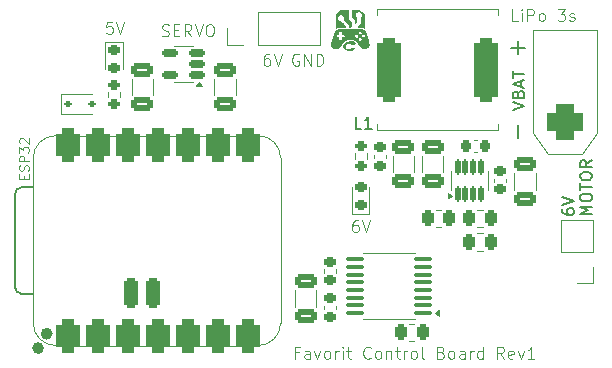
<source format=gto>
G04 #@! TF.GenerationSoftware,KiCad,Pcbnew,9.0.2-9.0.2-0~ubuntu24.04.1*
G04 #@! TF.CreationDate,2025-05-13T17:43:29+02:00*
G04 #@! TF.ProjectId,RCFavoritControlBoard,52434661-766f-4726-9974-436f6e74726f,rev?*
G04 #@! TF.SameCoordinates,Original*
G04 #@! TF.FileFunction,Legend,Top*
G04 #@! TF.FilePolarity,Positive*
%FSLAX46Y46*%
G04 Gerber Fmt 4.6, Leading zero omitted, Abs format (unit mm)*
G04 Created by KiCad (PCBNEW 9.0.2-9.0.2-0~ubuntu24.04.1) date 2025-05-13 17:43:29*
%MOMM*%
%LPD*%
G01*
G04 APERTURE LIST*
G04 Aperture macros list*
%AMRoundRect*
0 Rectangle with rounded corners*
0 $1 Rounding radius*
0 $2 $3 $4 $5 $6 $7 $8 $9 X,Y pos of 4 corners*
0 Add a 4 corners polygon primitive as box body*
4,1,4,$2,$3,$4,$5,$6,$7,$8,$9,$2,$3,0*
0 Add four circle primitives for the rounded corners*
1,1,$1+$1,$2,$3*
1,1,$1+$1,$4,$5*
1,1,$1+$1,$6,$7*
1,1,$1+$1,$8,$9*
0 Add four rect primitives between the rounded corners*
20,1,$1+$1,$2,$3,$4,$5,0*
20,1,$1+$1,$4,$5,$6,$7,0*
20,1,$1+$1,$6,$7,$8,$9,0*
20,1,$1+$1,$8,$9,$2,$3,0*%
G04 Aperture macros list end*
%ADD10C,0.125000*%
%ADD11C,0.150000*%
%ADD12C,0.100000*%
%ADD13C,0.106680*%
%ADD14C,0.000000*%
%ADD15C,0.120000*%
%ADD16C,0.127000*%
%ADD17C,0.504000*%
%ADD18RoundRect,0.500000X0.500000X2.250000X-0.500000X2.250000X-0.500000X-2.250000X0.500000X-2.250000X0*%
%ADD19RoundRect,0.250000X-0.262500X-0.450000X0.262500X-0.450000X0.262500X0.450000X-0.262500X0.450000X0*%
%ADD20RoundRect,0.150000X0.512500X0.150000X-0.512500X0.150000X-0.512500X-0.150000X0.512500X-0.150000X0*%
%ADD21R,2.460000X2.310000*%
%ADD22RoundRect,0.100000X0.687500X0.100000X-0.687500X0.100000X-0.687500X-0.100000X0.687500X-0.100000X0*%
%ADD23RoundRect,0.225000X0.250000X-0.225000X0.250000X0.225000X-0.250000X0.225000X-0.250000X-0.225000X0*%
%ADD24RoundRect,0.112500X-0.187500X-0.112500X0.187500X-0.112500X0.187500X0.112500X-0.187500X0.112500X0*%
%ADD25RoundRect,0.525400X0.525400X-0.900400X0.525400X0.900400X-0.525400X0.900400X-0.525400X-0.900400X0*%
%ADD26RoundRect,0.300400X-0.300400X1.000400X-0.300400X-1.000400X0.300400X-1.000400X0.300400X1.000400X0*%
%ADD27C,1.700000*%
%ADD28C,4.400000*%
%ADD29RoundRect,0.125000X0.125000X-0.537500X0.125000X0.537500X-0.125000X0.537500X-0.125000X-0.537500X0*%
%ADD30RoundRect,0.250000X0.650000X-0.325000X0.650000X0.325000X-0.650000X0.325000X-0.650000X-0.325000X0*%
%ADD31RoundRect,0.225000X-0.250000X0.225000X-0.250000X-0.225000X0.250000X-0.225000X0.250000X0.225000X0*%
%ADD32RoundRect,0.218750X-0.256250X0.218750X-0.256250X-0.218750X0.256250X-0.218750X0.256250X0.218750X0*%
%ADD33RoundRect,0.250000X-0.650000X0.325000X-0.650000X-0.325000X0.650000X-0.325000X0.650000X0.325000X0*%
%ADD34RoundRect,0.750000X0.750000X-0.750000X0.750000X0.750000X-0.750000X0.750000X-0.750000X-0.750000X0*%
%ADD35C,3.000000*%
%ADD36RoundRect,0.200000X0.275000X-0.200000X0.275000X0.200000X-0.275000X0.200000X-0.275000X-0.200000X0*%
%ADD37R,1.700000X1.700000*%
%ADD38RoundRect,0.200000X-0.275000X0.200000X-0.275000X-0.200000X0.275000X-0.200000X0.275000X0.200000X0*%
%ADD39RoundRect,0.225000X0.225000X0.250000X-0.225000X0.250000X-0.225000X-0.250000X0.225000X-0.250000X0*%
%ADD40RoundRect,0.218750X0.256250X-0.218750X0.256250X0.218750X-0.256250X0.218750X-0.256250X-0.218750X0*%
G04 APERTURE END LIST*
D10*
X151248902Y-94746119D02*
X151058426Y-94746119D01*
X151058426Y-94746119D02*
X150963188Y-94793738D01*
X150963188Y-94793738D02*
X150915569Y-94841357D01*
X150915569Y-94841357D02*
X150820331Y-94984214D01*
X150820331Y-94984214D02*
X150772712Y-95174690D01*
X150772712Y-95174690D02*
X150772712Y-95555642D01*
X150772712Y-95555642D02*
X150820331Y-95650880D01*
X150820331Y-95650880D02*
X150867950Y-95698500D01*
X150867950Y-95698500D02*
X150963188Y-95746119D01*
X150963188Y-95746119D02*
X151153664Y-95746119D01*
X151153664Y-95746119D02*
X151248902Y-95698500D01*
X151248902Y-95698500D02*
X151296521Y-95650880D01*
X151296521Y-95650880D02*
X151344140Y-95555642D01*
X151344140Y-95555642D02*
X151344140Y-95317547D01*
X151344140Y-95317547D02*
X151296521Y-95222309D01*
X151296521Y-95222309D02*
X151248902Y-95174690D01*
X151248902Y-95174690D02*
X151153664Y-95127071D01*
X151153664Y-95127071D02*
X150963188Y-95127071D01*
X150963188Y-95127071D02*
X150867950Y-95174690D01*
X150867950Y-95174690D02*
X150820331Y-95222309D01*
X150820331Y-95222309D02*
X150772712Y-95317547D01*
X151629855Y-94746119D02*
X151963188Y-95746119D01*
X151963188Y-95746119D02*
X152296521Y-94746119D01*
D11*
X168554819Y-93838095D02*
X168554819Y-94028571D01*
X168554819Y-94028571D02*
X168602438Y-94123809D01*
X168602438Y-94123809D02*
X168650057Y-94171428D01*
X168650057Y-94171428D02*
X168792914Y-94266666D01*
X168792914Y-94266666D02*
X168983390Y-94314285D01*
X168983390Y-94314285D02*
X169364342Y-94314285D01*
X169364342Y-94314285D02*
X169459580Y-94266666D01*
X169459580Y-94266666D02*
X169507200Y-94219047D01*
X169507200Y-94219047D02*
X169554819Y-94123809D01*
X169554819Y-94123809D02*
X169554819Y-93933333D01*
X169554819Y-93933333D02*
X169507200Y-93838095D01*
X169507200Y-93838095D02*
X169459580Y-93790476D01*
X169459580Y-93790476D02*
X169364342Y-93742857D01*
X169364342Y-93742857D02*
X169126247Y-93742857D01*
X169126247Y-93742857D02*
X169031009Y-93790476D01*
X169031009Y-93790476D02*
X168983390Y-93838095D01*
X168983390Y-93838095D02*
X168935771Y-93933333D01*
X168935771Y-93933333D02*
X168935771Y-94123809D01*
X168935771Y-94123809D02*
X168983390Y-94219047D01*
X168983390Y-94219047D02*
X169031009Y-94266666D01*
X169031009Y-94266666D02*
X169126247Y-94314285D01*
X168554819Y-93457142D02*
X169554819Y-93123809D01*
X169554819Y-93123809D02*
X168554819Y-92790476D01*
D10*
X143748902Y-80671119D02*
X143558426Y-80671119D01*
X143558426Y-80671119D02*
X143463188Y-80718738D01*
X143463188Y-80718738D02*
X143415569Y-80766357D01*
X143415569Y-80766357D02*
X143320331Y-80909214D01*
X143320331Y-80909214D02*
X143272712Y-81099690D01*
X143272712Y-81099690D02*
X143272712Y-81480642D01*
X143272712Y-81480642D02*
X143320331Y-81575880D01*
X143320331Y-81575880D02*
X143367950Y-81623500D01*
X143367950Y-81623500D02*
X143463188Y-81671119D01*
X143463188Y-81671119D02*
X143653664Y-81671119D01*
X143653664Y-81671119D02*
X143748902Y-81623500D01*
X143748902Y-81623500D02*
X143796521Y-81575880D01*
X143796521Y-81575880D02*
X143844140Y-81480642D01*
X143844140Y-81480642D02*
X143844140Y-81242547D01*
X143844140Y-81242547D02*
X143796521Y-81147309D01*
X143796521Y-81147309D02*
X143748902Y-81099690D01*
X143748902Y-81099690D02*
X143653664Y-81052071D01*
X143653664Y-81052071D02*
X143463188Y-81052071D01*
X143463188Y-81052071D02*
X143367950Y-81099690D01*
X143367950Y-81099690D02*
X143320331Y-81147309D01*
X143320331Y-81147309D02*
X143272712Y-81242547D01*
X144129855Y-80671119D02*
X144463188Y-81671119D01*
X144463188Y-81671119D02*
X144796521Y-80671119D01*
D12*
X164784084Y-77872419D02*
X164307894Y-77872419D01*
X164307894Y-77872419D02*
X164307894Y-76872419D01*
X165117418Y-77872419D02*
X165117418Y-77205752D01*
X165117418Y-76872419D02*
X165069799Y-76920038D01*
X165069799Y-76920038D02*
X165117418Y-76967657D01*
X165117418Y-76967657D02*
X165165037Y-76920038D01*
X165165037Y-76920038D02*
X165117418Y-76872419D01*
X165117418Y-76872419D02*
X165117418Y-76967657D01*
X165593608Y-77872419D02*
X165593608Y-76872419D01*
X165593608Y-76872419D02*
X165974560Y-76872419D01*
X165974560Y-76872419D02*
X166069798Y-76920038D01*
X166069798Y-76920038D02*
X166117417Y-76967657D01*
X166117417Y-76967657D02*
X166165036Y-77062895D01*
X166165036Y-77062895D02*
X166165036Y-77205752D01*
X166165036Y-77205752D02*
X166117417Y-77300990D01*
X166117417Y-77300990D02*
X166069798Y-77348609D01*
X166069798Y-77348609D02*
X165974560Y-77396228D01*
X165974560Y-77396228D02*
X165593608Y-77396228D01*
X166736465Y-77872419D02*
X166641227Y-77824800D01*
X166641227Y-77824800D02*
X166593608Y-77777180D01*
X166593608Y-77777180D02*
X166545989Y-77681942D01*
X166545989Y-77681942D02*
X166545989Y-77396228D01*
X166545989Y-77396228D02*
X166593608Y-77300990D01*
X166593608Y-77300990D02*
X166641227Y-77253371D01*
X166641227Y-77253371D02*
X166736465Y-77205752D01*
X166736465Y-77205752D02*
X166879322Y-77205752D01*
X166879322Y-77205752D02*
X166974560Y-77253371D01*
X166974560Y-77253371D02*
X167022179Y-77300990D01*
X167022179Y-77300990D02*
X167069798Y-77396228D01*
X167069798Y-77396228D02*
X167069798Y-77681942D01*
X167069798Y-77681942D02*
X167022179Y-77777180D01*
X167022179Y-77777180D02*
X166974560Y-77824800D01*
X166974560Y-77824800D02*
X166879322Y-77872419D01*
X166879322Y-77872419D02*
X166736465Y-77872419D01*
X168165037Y-76872419D02*
X168784084Y-76872419D01*
X168784084Y-76872419D02*
X168450751Y-77253371D01*
X168450751Y-77253371D02*
X168593608Y-77253371D01*
X168593608Y-77253371D02*
X168688846Y-77300990D01*
X168688846Y-77300990D02*
X168736465Y-77348609D01*
X168736465Y-77348609D02*
X168784084Y-77443847D01*
X168784084Y-77443847D02*
X168784084Y-77681942D01*
X168784084Y-77681942D02*
X168736465Y-77777180D01*
X168736465Y-77777180D02*
X168688846Y-77824800D01*
X168688846Y-77824800D02*
X168593608Y-77872419D01*
X168593608Y-77872419D02*
X168307894Y-77872419D01*
X168307894Y-77872419D02*
X168212656Y-77824800D01*
X168212656Y-77824800D02*
X168165037Y-77777180D01*
X169165037Y-77824800D02*
X169260275Y-77872419D01*
X169260275Y-77872419D02*
X169450751Y-77872419D01*
X169450751Y-77872419D02*
X169545989Y-77824800D01*
X169545989Y-77824800D02*
X169593608Y-77729561D01*
X169593608Y-77729561D02*
X169593608Y-77681942D01*
X169593608Y-77681942D02*
X169545989Y-77586704D01*
X169545989Y-77586704D02*
X169450751Y-77539085D01*
X169450751Y-77539085D02*
X169307894Y-77539085D01*
X169307894Y-77539085D02*
X169212656Y-77491466D01*
X169212656Y-77491466D02*
X169165037Y-77396228D01*
X169165037Y-77396228D02*
X169165037Y-77348609D01*
X169165037Y-77348609D02*
X169212656Y-77253371D01*
X169212656Y-77253371D02*
X169307894Y-77205752D01*
X169307894Y-77205752D02*
X169450751Y-77205752D01*
X169450751Y-77205752D02*
X169545989Y-77253371D01*
D10*
X134672712Y-79123500D02*
X134815569Y-79171119D01*
X134815569Y-79171119D02*
X135053664Y-79171119D01*
X135053664Y-79171119D02*
X135148902Y-79123500D01*
X135148902Y-79123500D02*
X135196521Y-79075880D01*
X135196521Y-79075880D02*
X135244140Y-78980642D01*
X135244140Y-78980642D02*
X135244140Y-78885404D01*
X135244140Y-78885404D02*
X135196521Y-78790166D01*
X135196521Y-78790166D02*
X135148902Y-78742547D01*
X135148902Y-78742547D02*
X135053664Y-78694928D01*
X135053664Y-78694928D02*
X134863188Y-78647309D01*
X134863188Y-78647309D02*
X134767950Y-78599690D01*
X134767950Y-78599690D02*
X134720331Y-78552071D01*
X134720331Y-78552071D02*
X134672712Y-78456833D01*
X134672712Y-78456833D02*
X134672712Y-78361595D01*
X134672712Y-78361595D02*
X134720331Y-78266357D01*
X134720331Y-78266357D02*
X134767950Y-78218738D01*
X134767950Y-78218738D02*
X134863188Y-78171119D01*
X134863188Y-78171119D02*
X135101283Y-78171119D01*
X135101283Y-78171119D02*
X135244140Y-78218738D01*
X135672712Y-78647309D02*
X136006045Y-78647309D01*
X136148902Y-79171119D02*
X135672712Y-79171119D01*
X135672712Y-79171119D02*
X135672712Y-78171119D01*
X135672712Y-78171119D02*
X136148902Y-78171119D01*
X137148902Y-79171119D02*
X136815569Y-78694928D01*
X136577474Y-79171119D02*
X136577474Y-78171119D01*
X136577474Y-78171119D02*
X136958426Y-78171119D01*
X136958426Y-78171119D02*
X137053664Y-78218738D01*
X137053664Y-78218738D02*
X137101283Y-78266357D01*
X137101283Y-78266357D02*
X137148902Y-78361595D01*
X137148902Y-78361595D02*
X137148902Y-78504452D01*
X137148902Y-78504452D02*
X137101283Y-78599690D01*
X137101283Y-78599690D02*
X137053664Y-78647309D01*
X137053664Y-78647309D02*
X136958426Y-78694928D01*
X136958426Y-78694928D02*
X136577474Y-78694928D01*
X137434617Y-78171119D02*
X137767950Y-79171119D01*
X137767950Y-79171119D02*
X138101283Y-78171119D01*
X138625093Y-78171119D02*
X138815569Y-78171119D01*
X138815569Y-78171119D02*
X138910807Y-78218738D01*
X138910807Y-78218738D02*
X139006045Y-78313976D01*
X139006045Y-78313976D02*
X139053664Y-78504452D01*
X139053664Y-78504452D02*
X139053664Y-78837785D01*
X139053664Y-78837785D02*
X139006045Y-79028261D01*
X139006045Y-79028261D02*
X138910807Y-79123500D01*
X138910807Y-79123500D02*
X138815569Y-79171119D01*
X138815569Y-79171119D02*
X138625093Y-79171119D01*
X138625093Y-79171119D02*
X138529855Y-79123500D01*
X138529855Y-79123500D02*
X138434617Y-79028261D01*
X138434617Y-79028261D02*
X138386998Y-78837785D01*
X138386998Y-78837785D02*
X138386998Y-78504452D01*
X138386998Y-78504452D02*
X138434617Y-78313976D01*
X138434617Y-78313976D02*
X138529855Y-78218738D01*
X138529855Y-78218738D02*
X138625093Y-78171119D01*
D12*
X146237217Y-105948609D02*
X145903884Y-105948609D01*
X145903884Y-106472419D02*
X145903884Y-105472419D01*
X145903884Y-105472419D02*
X146380074Y-105472419D01*
X147189598Y-106472419D02*
X147189598Y-105948609D01*
X147189598Y-105948609D02*
X147141979Y-105853371D01*
X147141979Y-105853371D02*
X147046741Y-105805752D01*
X147046741Y-105805752D02*
X146856265Y-105805752D01*
X146856265Y-105805752D02*
X146761027Y-105853371D01*
X147189598Y-106424800D02*
X147094360Y-106472419D01*
X147094360Y-106472419D02*
X146856265Y-106472419D01*
X146856265Y-106472419D02*
X146761027Y-106424800D01*
X146761027Y-106424800D02*
X146713408Y-106329561D01*
X146713408Y-106329561D02*
X146713408Y-106234323D01*
X146713408Y-106234323D02*
X146761027Y-106139085D01*
X146761027Y-106139085D02*
X146856265Y-106091466D01*
X146856265Y-106091466D02*
X147094360Y-106091466D01*
X147094360Y-106091466D02*
X147189598Y-106043847D01*
X147570551Y-105805752D02*
X147808646Y-106472419D01*
X147808646Y-106472419D02*
X148046741Y-105805752D01*
X148570551Y-106472419D02*
X148475313Y-106424800D01*
X148475313Y-106424800D02*
X148427694Y-106377180D01*
X148427694Y-106377180D02*
X148380075Y-106281942D01*
X148380075Y-106281942D02*
X148380075Y-105996228D01*
X148380075Y-105996228D02*
X148427694Y-105900990D01*
X148427694Y-105900990D02*
X148475313Y-105853371D01*
X148475313Y-105853371D02*
X148570551Y-105805752D01*
X148570551Y-105805752D02*
X148713408Y-105805752D01*
X148713408Y-105805752D02*
X148808646Y-105853371D01*
X148808646Y-105853371D02*
X148856265Y-105900990D01*
X148856265Y-105900990D02*
X148903884Y-105996228D01*
X148903884Y-105996228D02*
X148903884Y-106281942D01*
X148903884Y-106281942D02*
X148856265Y-106377180D01*
X148856265Y-106377180D02*
X148808646Y-106424800D01*
X148808646Y-106424800D02*
X148713408Y-106472419D01*
X148713408Y-106472419D02*
X148570551Y-106472419D01*
X149332456Y-106472419D02*
X149332456Y-105805752D01*
X149332456Y-105996228D02*
X149380075Y-105900990D01*
X149380075Y-105900990D02*
X149427694Y-105853371D01*
X149427694Y-105853371D02*
X149522932Y-105805752D01*
X149522932Y-105805752D02*
X149618170Y-105805752D01*
X149951504Y-106472419D02*
X149951504Y-105805752D01*
X149951504Y-105472419D02*
X149903885Y-105520038D01*
X149903885Y-105520038D02*
X149951504Y-105567657D01*
X149951504Y-105567657D02*
X149999123Y-105520038D01*
X149999123Y-105520038D02*
X149951504Y-105472419D01*
X149951504Y-105472419D02*
X149951504Y-105567657D01*
X150284837Y-105805752D02*
X150665789Y-105805752D01*
X150427694Y-105472419D02*
X150427694Y-106329561D01*
X150427694Y-106329561D02*
X150475313Y-106424800D01*
X150475313Y-106424800D02*
X150570551Y-106472419D01*
X150570551Y-106472419D02*
X150665789Y-106472419D01*
X152332456Y-106377180D02*
X152284837Y-106424800D01*
X152284837Y-106424800D02*
X152141980Y-106472419D01*
X152141980Y-106472419D02*
X152046742Y-106472419D01*
X152046742Y-106472419D02*
X151903885Y-106424800D01*
X151903885Y-106424800D02*
X151808647Y-106329561D01*
X151808647Y-106329561D02*
X151761028Y-106234323D01*
X151761028Y-106234323D02*
X151713409Y-106043847D01*
X151713409Y-106043847D02*
X151713409Y-105900990D01*
X151713409Y-105900990D02*
X151761028Y-105710514D01*
X151761028Y-105710514D02*
X151808647Y-105615276D01*
X151808647Y-105615276D02*
X151903885Y-105520038D01*
X151903885Y-105520038D02*
X152046742Y-105472419D01*
X152046742Y-105472419D02*
X152141980Y-105472419D01*
X152141980Y-105472419D02*
X152284837Y-105520038D01*
X152284837Y-105520038D02*
X152332456Y-105567657D01*
X152903885Y-106472419D02*
X152808647Y-106424800D01*
X152808647Y-106424800D02*
X152761028Y-106377180D01*
X152761028Y-106377180D02*
X152713409Y-106281942D01*
X152713409Y-106281942D02*
X152713409Y-105996228D01*
X152713409Y-105996228D02*
X152761028Y-105900990D01*
X152761028Y-105900990D02*
X152808647Y-105853371D01*
X152808647Y-105853371D02*
X152903885Y-105805752D01*
X152903885Y-105805752D02*
X153046742Y-105805752D01*
X153046742Y-105805752D02*
X153141980Y-105853371D01*
X153141980Y-105853371D02*
X153189599Y-105900990D01*
X153189599Y-105900990D02*
X153237218Y-105996228D01*
X153237218Y-105996228D02*
X153237218Y-106281942D01*
X153237218Y-106281942D02*
X153189599Y-106377180D01*
X153189599Y-106377180D02*
X153141980Y-106424800D01*
X153141980Y-106424800D02*
X153046742Y-106472419D01*
X153046742Y-106472419D02*
X152903885Y-106472419D01*
X153665790Y-105805752D02*
X153665790Y-106472419D01*
X153665790Y-105900990D02*
X153713409Y-105853371D01*
X153713409Y-105853371D02*
X153808647Y-105805752D01*
X153808647Y-105805752D02*
X153951504Y-105805752D01*
X153951504Y-105805752D02*
X154046742Y-105853371D01*
X154046742Y-105853371D02*
X154094361Y-105948609D01*
X154094361Y-105948609D02*
X154094361Y-106472419D01*
X154427695Y-105805752D02*
X154808647Y-105805752D01*
X154570552Y-105472419D02*
X154570552Y-106329561D01*
X154570552Y-106329561D02*
X154618171Y-106424800D01*
X154618171Y-106424800D02*
X154713409Y-106472419D01*
X154713409Y-106472419D02*
X154808647Y-106472419D01*
X155141981Y-106472419D02*
X155141981Y-105805752D01*
X155141981Y-105996228D02*
X155189600Y-105900990D01*
X155189600Y-105900990D02*
X155237219Y-105853371D01*
X155237219Y-105853371D02*
X155332457Y-105805752D01*
X155332457Y-105805752D02*
X155427695Y-105805752D01*
X155903886Y-106472419D02*
X155808648Y-106424800D01*
X155808648Y-106424800D02*
X155761029Y-106377180D01*
X155761029Y-106377180D02*
X155713410Y-106281942D01*
X155713410Y-106281942D02*
X155713410Y-105996228D01*
X155713410Y-105996228D02*
X155761029Y-105900990D01*
X155761029Y-105900990D02*
X155808648Y-105853371D01*
X155808648Y-105853371D02*
X155903886Y-105805752D01*
X155903886Y-105805752D02*
X156046743Y-105805752D01*
X156046743Y-105805752D02*
X156141981Y-105853371D01*
X156141981Y-105853371D02*
X156189600Y-105900990D01*
X156189600Y-105900990D02*
X156237219Y-105996228D01*
X156237219Y-105996228D02*
X156237219Y-106281942D01*
X156237219Y-106281942D02*
X156189600Y-106377180D01*
X156189600Y-106377180D02*
X156141981Y-106424800D01*
X156141981Y-106424800D02*
X156046743Y-106472419D01*
X156046743Y-106472419D02*
X155903886Y-106472419D01*
X156808648Y-106472419D02*
X156713410Y-106424800D01*
X156713410Y-106424800D02*
X156665791Y-106329561D01*
X156665791Y-106329561D02*
X156665791Y-105472419D01*
X158284839Y-105948609D02*
X158427696Y-105996228D01*
X158427696Y-105996228D02*
X158475315Y-106043847D01*
X158475315Y-106043847D02*
X158522934Y-106139085D01*
X158522934Y-106139085D02*
X158522934Y-106281942D01*
X158522934Y-106281942D02*
X158475315Y-106377180D01*
X158475315Y-106377180D02*
X158427696Y-106424800D01*
X158427696Y-106424800D02*
X158332458Y-106472419D01*
X158332458Y-106472419D02*
X157951506Y-106472419D01*
X157951506Y-106472419D02*
X157951506Y-105472419D01*
X157951506Y-105472419D02*
X158284839Y-105472419D01*
X158284839Y-105472419D02*
X158380077Y-105520038D01*
X158380077Y-105520038D02*
X158427696Y-105567657D01*
X158427696Y-105567657D02*
X158475315Y-105662895D01*
X158475315Y-105662895D02*
X158475315Y-105758133D01*
X158475315Y-105758133D02*
X158427696Y-105853371D01*
X158427696Y-105853371D02*
X158380077Y-105900990D01*
X158380077Y-105900990D02*
X158284839Y-105948609D01*
X158284839Y-105948609D02*
X157951506Y-105948609D01*
X159094363Y-106472419D02*
X158999125Y-106424800D01*
X158999125Y-106424800D02*
X158951506Y-106377180D01*
X158951506Y-106377180D02*
X158903887Y-106281942D01*
X158903887Y-106281942D02*
X158903887Y-105996228D01*
X158903887Y-105996228D02*
X158951506Y-105900990D01*
X158951506Y-105900990D02*
X158999125Y-105853371D01*
X158999125Y-105853371D02*
X159094363Y-105805752D01*
X159094363Y-105805752D02*
X159237220Y-105805752D01*
X159237220Y-105805752D02*
X159332458Y-105853371D01*
X159332458Y-105853371D02*
X159380077Y-105900990D01*
X159380077Y-105900990D02*
X159427696Y-105996228D01*
X159427696Y-105996228D02*
X159427696Y-106281942D01*
X159427696Y-106281942D02*
X159380077Y-106377180D01*
X159380077Y-106377180D02*
X159332458Y-106424800D01*
X159332458Y-106424800D02*
X159237220Y-106472419D01*
X159237220Y-106472419D02*
X159094363Y-106472419D01*
X160284839Y-106472419D02*
X160284839Y-105948609D01*
X160284839Y-105948609D02*
X160237220Y-105853371D01*
X160237220Y-105853371D02*
X160141982Y-105805752D01*
X160141982Y-105805752D02*
X159951506Y-105805752D01*
X159951506Y-105805752D02*
X159856268Y-105853371D01*
X160284839Y-106424800D02*
X160189601Y-106472419D01*
X160189601Y-106472419D02*
X159951506Y-106472419D01*
X159951506Y-106472419D02*
X159856268Y-106424800D01*
X159856268Y-106424800D02*
X159808649Y-106329561D01*
X159808649Y-106329561D02*
X159808649Y-106234323D01*
X159808649Y-106234323D02*
X159856268Y-106139085D01*
X159856268Y-106139085D02*
X159951506Y-106091466D01*
X159951506Y-106091466D02*
X160189601Y-106091466D01*
X160189601Y-106091466D02*
X160284839Y-106043847D01*
X160761030Y-106472419D02*
X160761030Y-105805752D01*
X160761030Y-105996228D02*
X160808649Y-105900990D01*
X160808649Y-105900990D02*
X160856268Y-105853371D01*
X160856268Y-105853371D02*
X160951506Y-105805752D01*
X160951506Y-105805752D02*
X161046744Y-105805752D01*
X161808649Y-106472419D02*
X161808649Y-105472419D01*
X161808649Y-106424800D02*
X161713411Y-106472419D01*
X161713411Y-106472419D02*
X161522935Y-106472419D01*
X161522935Y-106472419D02*
X161427697Y-106424800D01*
X161427697Y-106424800D02*
X161380078Y-106377180D01*
X161380078Y-106377180D02*
X161332459Y-106281942D01*
X161332459Y-106281942D02*
X161332459Y-105996228D01*
X161332459Y-105996228D02*
X161380078Y-105900990D01*
X161380078Y-105900990D02*
X161427697Y-105853371D01*
X161427697Y-105853371D02*
X161522935Y-105805752D01*
X161522935Y-105805752D02*
X161713411Y-105805752D01*
X161713411Y-105805752D02*
X161808649Y-105853371D01*
X163618173Y-106472419D02*
X163284840Y-105996228D01*
X163046745Y-106472419D02*
X163046745Y-105472419D01*
X163046745Y-105472419D02*
X163427697Y-105472419D01*
X163427697Y-105472419D02*
X163522935Y-105520038D01*
X163522935Y-105520038D02*
X163570554Y-105567657D01*
X163570554Y-105567657D02*
X163618173Y-105662895D01*
X163618173Y-105662895D02*
X163618173Y-105805752D01*
X163618173Y-105805752D02*
X163570554Y-105900990D01*
X163570554Y-105900990D02*
X163522935Y-105948609D01*
X163522935Y-105948609D02*
X163427697Y-105996228D01*
X163427697Y-105996228D02*
X163046745Y-105996228D01*
X164427697Y-106424800D02*
X164332459Y-106472419D01*
X164332459Y-106472419D02*
X164141983Y-106472419D01*
X164141983Y-106472419D02*
X164046745Y-106424800D01*
X164046745Y-106424800D02*
X163999126Y-106329561D01*
X163999126Y-106329561D02*
X163999126Y-105948609D01*
X163999126Y-105948609D02*
X164046745Y-105853371D01*
X164046745Y-105853371D02*
X164141983Y-105805752D01*
X164141983Y-105805752D02*
X164332459Y-105805752D01*
X164332459Y-105805752D02*
X164427697Y-105853371D01*
X164427697Y-105853371D02*
X164475316Y-105948609D01*
X164475316Y-105948609D02*
X164475316Y-106043847D01*
X164475316Y-106043847D02*
X163999126Y-106139085D01*
X164808650Y-105805752D02*
X165046745Y-106472419D01*
X165046745Y-106472419D02*
X165284840Y-105805752D01*
X166189602Y-106472419D02*
X165618174Y-106472419D01*
X165903888Y-106472419D02*
X165903888Y-105472419D01*
X165903888Y-105472419D02*
X165808650Y-105615276D01*
X165808650Y-105615276D02*
X165713412Y-105710514D01*
X165713412Y-105710514D02*
X165618174Y-105758133D01*
D10*
X146244140Y-80718738D02*
X146148902Y-80671119D01*
X146148902Y-80671119D02*
X146006045Y-80671119D01*
X146006045Y-80671119D02*
X145863188Y-80718738D01*
X145863188Y-80718738D02*
X145767950Y-80813976D01*
X145767950Y-80813976D02*
X145720331Y-80909214D01*
X145720331Y-80909214D02*
X145672712Y-81099690D01*
X145672712Y-81099690D02*
X145672712Y-81242547D01*
X145672712Y-81242547D02*
X145720331Y-81433023D01*
X145720331Y-81433023D02*
X145767950Y-81528261D01*
X145767950Y-81528261D02*
X145863188Y-81623500D01*
X145863188Y-81623500D02*
X146006045Y-81671119D01*
X146006045Y-81671119D02*
X146101283Y-81671119D01*
X146101283Y-81671119D02*
X146244140Y-81623500D01*
X146244140Y-81623500D02*
X146291759Y-81575880D01*
X146291759Y-81575880D02*
X146291759Y-81242547D01*
X146291759Y-81242547D02*
X146101283Y-81242547D01*
X146720331Y-81671119D02*
X146720331Y-80671119D01*
X146720331Y-80671119D02*
X147291759Y-81671119D01*
X147291759Y-81671119D02*
X147291759Y-80671119D01*
X147767950Y-81671119D02*
X147767950Y-80671119D01*
X147767950Y-80671119D02*
X148006045Y-80671119D01*
X148006045Y-80671119D02*
X148148902Y-80718738D01*
X148148902Y-80718738D02*
X148244140Y-80813976D01*
X148244140Y-80813976D02*
X148291759Y-80909214D01*
X148291759Y-80909214D02*
X148339378Y-81099690D01*
X148339378Y-81099690D02*
X148339378Y-81242547D01*
X148339378Y-81242547D02*
X148291759Y-81433023D01*
X148291759Y-81433023D02*
X148244140Y-81528261D01*
X148244140Y-81528261D02*
X148148902Y-81623500D01*
X148148902Y-81623500D02*
X148006045Y-81671119D01*
X148006045Y-81671119D02*
X147767950Y-81671119D01*
D11*
X151549681Y-86994267D02*
X151073491Y-86994267D01*
X151073491Y-86994267D02*
X151073491Y-85994267D01*
X152406824Y-86994267D02*
X151835396Y-86994267D01*
X152121110Y-86994267D02*
X152121110Y-85994267D01*
X152121110Y-85994267D02*
X152025872Y-86137124D01*
X152025872Y-86137124D02*
X151930634Y-86232362D01*
X151930634Y-86232362D02*
X151835396Y-86279981D01*
D13*
X122977499Y-91239339D02*
X122977499Y-90972673D01*
X123396547Y-90858387D02*
X123396547Y-91239339D01*
X123396547Y-91239339D02*
X122596547Y-91239339D01*
X122596547Y-91239339D02*
X122596547Y-90858387D01*
X123358452Y-90553625D02*
X123396547Y-90439339D01*
X123396547Y-90439339D02*
X123396547Y-90248863D01*
X123396547Y-90248863D02*
X123358452Y-90172672D01*
X123358452Y-90172672D02*
X123320356Y-90134577D01*
X123320356Y-90134577D02*
X123244166Y-90096482D01*
X123244166Y-90096482D02*
X123167975Y-90096482D01*
X123167975Y-90096482D02*
X123091785Y-90134577D01*
X123091785Y-90134577D02*
X123053690Y-90172672D01*
X123053690Y-90172672D02*
X123015594Y-90248863D01*
X123015594Y-90248863D02*
X122977499Y-90401244D01*
X122977499Y-90401244D02*
X122939404Y-90477434D01*
X122939404Y-90477434D02*
X122901309Y-90515529D01*
X122901309Y-90515529D02*
X122825118Y-90553625D01*
X122825118Y-90553625D02*
X122748928Y-90553625D01*
X122748928Y-90553625D02*
X122672737Y-90515529D01*
X122672737Y-90515529D02*
X122634642Y-90477434D01*
X122634642Y-90477434D02*
X122596547Y-90401244D01*
X122596547Y-90401244D02*
X122596547Y-90210767D01*
X122596547Y-90210767D02*
X122634642Y-90096482D01*
X123396547Y-89753624D02*
X122596547Y-89753624D01*
X122596547Y-89753624D02*
X122596547Y-89448862D01*
X122596547Y-89448862D02*
X122634642Y-89372672D01*
X122634642Y-89372672D02*
X122672737Y-89334577D01*
X122672737Y-89334577D02*
X122748928Y-89296481D01*
X122748928Y-89296481D02*
X122863213Y-89296481D01*
X122863213Y-89296481D02*
X122939404Y-89334577D01*
X122939404Y-89334577D02*
X122977499Y-89372672D01*
X122977499Y-89372672D02*
X123015594Y-89448862D01*
X123015594Y-89448862D02*
X123015594Y-89753624D01*
X122596547Y-89029815D02*
X122596547Y-88534577D01*
X122596547Y-88534577D02*
X122901309Y-88801243D01*
X122901309Y-88801243D02*
X122901309Y-88686958D01*
X122901309Y-88686958D02*
X122939404Y-88610767D01*
X122939404Y-88610767D02*
X122977499Y-88572672D01*
X122977499Y-88572672D02*
X123053690Y-88534577D01*
X123053690Y-88534577D02*
X123244166Y-88534577D01*
X123244166Y-88534577D02*
X123320356Y-88572672D01*
X123320356Y-88572672D02*
X123358452Y-88610767D01*
X123358452Y-88610767D02*
X123396547Y-88686958D01*
X123396547Y-88686958D02*
X123396547Y-88915529D01*
X123396547Y-88915529D02*
X123358452Y-88991720D01*
X123358452Y-88991720D02*
X123320356Y-89029815D01*
X122672737Y-88229815D02*
X122634642Y-88191719D01*
X122634642Y-88191719D02*
X122596547Y-88115529D01*
X122596547Y-88115529D02*
X122596547Y-87925053D01*
X122596547Y-87925053D02*
X122634642Y-87848862D01*
X122634642Y-87848862D02*
X122672737Y-87810767D01*
X122672737Y-87810767D02*
X122748928Y-87772672D01*
X122748928Y-87772672D02*
X122825118Y-87772672D01*
X122825118Y-87772672D02*
X122939404Y-87810767D01*
X122939404Y-87810767D02*
X123396547Y-88267910D01*
X123396547Y-88267910D02*
X123396547Y-87772672D01*
D10*
X130464523Y-77956119D02*
X129988333Y-77956119D01*
X129988333Y-77956119D02*
X129940714Y-78432309D01*
X129940714Y-78432309D02*
X129988333Y-78384690D01*
X129988333Y-78384690D02*
X130083571Y-78337071D01*
X130083571Y-78337071D02*
X130321666Y-78337071D01*
X130321666Y-78337071D02*
X130416904Y-78384690D01*
X130416904Y-78384690D02*
X130464523Y-78432309D01*
X130464523Y-78432309D02*
X130512142Y-78527547D01*
X130512142Y-78527547D02*
X130512142Y-78765642D01*
X130512142Y-78765642D02*
X130464523Y-78860880D01*
X130464523Y-78860880D02*
X130416904Y-78908500D01*
X130416904Y-78908500D02*
X130321666Y-78956119D01*
X130321666Y-78956119D02*
X130083571Y-78956119D01*
X130083571Y-78956119D02*
X129988333Y-78908500D01*
X129988333Y-78908500D02*
X129940714Y-78860880D01*
X130797857Y-77956119D02*
X131131190Y-78956119D01*
X131131190Y-78956119D02*
X131464523Y-77956119D01*
D11*
X164354819Y-85384800D02*
X165354819Y-85051467D01*
X165354819Y-85051467D02*
X164354819Y-84718134D01*
X164831009Y-84051467D02*
X164878628Y-83908610D01*
X164878628Y-83908610D02*
X164926247Y-83860991D01*
X164926247Y-83860991D02*
X165021485Y-83813372D01*
X165021485Y-83813372D02*
X165164342Y-83813372D01*
X165164342Y-83813372D02*
X165259580Y-83860991D01*
X165259580Y-83860991D02*
X165307200Y-83908610D01*
X165307200Y-83908610D02*
X165354819Y-84003848D01*
X165354819Y-84003848D02*
X165354819Y-84384800D01*
X165354819Y-84384800D02*
X164354819Y-84384800D01*
X164354819Y-84384800D02*
X164354819Y-84051467D01*
X164354819Y-84051467D02*
X164402438Y-83956229D01*
X164402438Y-83956229D02*
X164450057Y-83908610D01*
X164450057Y-83908610D02*
X164545295Y-83860991D01*
X164545295Y-83860991D02*
X164640533Y-83860991D01*
X164640533Y-83860991D02*
X164735771Y-83908610D01*
X164735771Y-83908610D02*
X164783390Y-83956229D01*
X164783390Y-83956229D02*
X164831009Y-84051467D01*
X164831009Y-84051467D02*
X164831009Y-84384800D01*
X165069104Y-83432419D02*
X165069104Y-82956229D01*
X165354819Y-83527657D02*
X164354819Y-83194324D01*
X164354819Y-83194324D02*
X165354819Y-82860991D01*
X164354819Y-82670514D02*
X164354819Y-82099086D01*
X165354819Y-82384800D02*
X164354819Y-82384800D01*
X164814700Y-80713372D02*
X164814700Y-79570515D01*
X165386128Y-80141943D02*
X164243271Y-80141943D01*
X164814700Y-87813372D02*
X164814700Y-86670515D01*
X171054819Y-94261904D02*
X170054819Y-94261904D01*
X170054819Y-94261904D02*
X170769104Y-93928571D01*
X170769104Y-93928571D02*
X170054819Y-93595238D01*
X170054819Y-93595238D02*
X171054819Y-93595238D01*
X170054819Y-92928571D02*
X170054819Y-92738095D01*
X170054819Y-92738095D02*
X170102438Y-92642857D01*
X170102438Y-92642857D02*
X170197676Y-92547619D01*
X170197676Y-92547619D02*
X170388152Y-92500000D01*
X170388152Y-92500000D02*
X170721485Y-92500000D01*
X170721485Y-92500000D02*
X170911961Y-92547619D01*
X170911961Y-92547619D02*
X171007200Y-92642857D01*
X171007200Y-92642857D02*
X171054819Y-92738095D01*
X171054819Y-92738095D02*
X171054819Y-92928571D01*
X171054819Y-92928571D02*
X171007200Y-93023809D01*
X171007200Y-93023809D02*
X170911961Y-93119047D01*
X170911961Y-93119047D02*
X170721485Y-93166666D01*
X170721485Y-93166666D02*
X170388152Y-93166666D01*
X170388152Y-93166666D02*
X170197676Y-93119047D01*
X170197676Y-93119047D02*
X170102438Y-93023809D01*
X170102438Y-93023809D02*
X170054819Y-92928571D01*
X170054819Y-92214285D02*
X170054819Y-91642857D01*
X171054819Y-91928571D02*
X170054819Y-91928571D01*
X170054819Y-91119047D02*
X170054819Y-90928571D01*
X170054819Y-90928571D02*
X170102438Y-90833333D01*
X170102438Y-90833333D02*
X170197676Y-90738095D01*
X170197676Y-90738095D02*
X170388152Y-90690476D01*
X170388152Y-90690476D02*
X170721485Y-90690476D01*
X170721485Y-90690476D02*
X170911961Y-90738095D01*
X170911961Y-90738095D02*
X171007200Y-90833333D01*
X171007200Y-90833333D02*
X171054819Y-90928571D01*
X171054819Y-90928571D02*
X171054819Y-91119047D01*
X171054819Y-91119047D02*
X171007200Y-91214285D01*
X171007200Y-91214285D02*
X170911961Y-91309523D01*
X170911961Y-91309523D02*
X170721485Y-91357142D01*
X170721485Y-91357142D02*
X170388152Y-91357142D01*
X170388152Y-91357142D02*
X170197676Y-91309523D01*
X170197676Y-91309523D02*
X170102438Y-91214285D01*
X170102438Y-91214285D02*
X170054819Y-91119047D01*
X171054819Y-89690476D02*
X170578628Y-90023809D01*
X171054819Y-90261904D02*
X170054819Y-90261904D01*
X170054819Y-90261904D02*
X170054819Y-89880952D01*
X170054819Y-89880952D02*
X170102438Y-89785714D01*
X170102438Y-89785714D02*
X170150057Y-89738095D01*
X170150057Y-89738095D02*
X170245295Y-89690476D01*
X170245295Y-89690476D02*
X170388152Y-89690476D01*
X170388152Y-89690476D02*
X170483390Y-89738095D01*
X170483390Y-89738095D02*
X170531009Y-89785714D01*
X170531009Y-89785714D02*
X170578628Y-89880952D01*
X170578628Y-89880952D02*
X170578628Y-90261904D01*
D14*
G04 #@! TO.C,G\u002A\u002A\u002A*
G36*
X150969974Y-79642521D02*
G01*
X151004824Y-79661613D01*
X151035764Y-79686650D01*
X151068620Y-79722579D01*
X151078554Y-79734764D01*
X151132353Y-79801884D01*
X151104030Y-79806769D01*
X151081468Y-79816379D01*
X151052978Y-79836190D01*
X151032163Y-79854679D01*
X150988620Y-79897704D01*
X150844444Y-79901728D01*
X150700269Y-79905752D01*
X150676671Y-79873006D01*
X150639377Y-79836778D01*
X150589735Y-79810477D01*
X150532790Y-79795135D01*
X150473591Y-79791786D01*
X150417185Y-79801461D01*
X150387137Y-79813762D01*
X150329584Y-79854468D01*
X150282478Y-79909383D01*
X150263044Y-79943004D01*
X150249832Y-79975863D01*
X150243830Y-80010025D01*
X150243408Y-80053539D01*
X150254414Y-80124549D01*
X150281239Y-80185031D01*
X150322502Y-80233719D01*
X150376818Y-80269345D01*
X150442805Y-80290645D01*
X150508867Y-80296534D01*
X150570092Y-80290424D01*
X150621575Y-80271134D01*
X150668077Y-80237837D01*
X150702848Y-80207307D01*
X150857866Y-80207344D01*
X151012884Y-80207380D01*
X150983577Y-80226160D01*
X150964283Y-80241119D01*
X150936015Y-80266225D01*
X150903220Y-80297427D01*
X150882243Y-80318387D01*
X150848652Y-80350982D01*
X150816341Y-80379466D01*
X150789866Y-80399955D01*
X150778190Y-80407032D01*
X150755306Y-80412920D01*
X150717122Y-80417440D01*
X150667827Y-80420574D01*
X150611614Y-80422304D01*
X150552672Y-80422613D01*
X150495193Y-80421484D01*
X150443368Y-80418897D01*
X150401387Y-80414837D01*
X150373442Y-80409284D01*
X150371877Y-80408753D01*
X150339259Y-80394239D01*
X150309054Y-80376539D01*
X150308122Y-80375882D01*
X150291331Y-80361883D01*
X150264625Y-80337199D01*
X150230259Y-80304127D01*
X150190486Y-80264962D01*
X150147560Y-80222000D01*
X150103735Y-80177536D01*
X150061265Y-80133867D01*
X150022403Y-80093287D01*
X149989404Y-80058093D01*
X149964520Y-80030580D01*
X149950006Y-80013044D01*
X149947213Y-80008263D01*
X149951867Y-79992105D01*
X149965833Y-79971840D01*
X149966177Y-79971455D01*
X149980599Y-79954904D01*
X150004250Y-79927267D01*
X150033813Y-79892437D01*
X150065013Y-79855449D01*
X150095241Y-79819616D01*
X150120911Y-79789408D01*
X150139414Y-79767876D01*
X150148142Y-79758076D01*
X150148304Y-79757923D01*
X150156898Y-79748023D01*
X150173207Y-79727815D01*
X150186308Y-79711149D01*
X150232318Y-79666568D01*
X150288077Y-79636044D01*
X150314384Y-79627995D01*
X150330152Y-79626462D01*
X150362771Y-79624916D01*
X150409552Y-79623429D01*
X150467809Y-79622071D01*
X150534853Y-79620911D01*
X150607997Y-79620019D01*
X150627000Y-79619846D01*
X150915192Y-79617397D01*
X150969974Y-79642521D01*
G37*
G36*
X150615363Y-78527778D02*
G01*
X150775497Y-78527852D01*
X150917307Y-78528002D01*
X151042005Y-78528275D01*
X151150808Y-78528717D01*
X151244928Y-78529375D01*
X151325580Y-78530296D01*
X151393977Y-78531525D01*
X151451334Y-78533111D01*
X151498864Y-78535098D01*
X151537782Y-78537534D01*
X151569302Y-78540466D01*
X151594637Y-78543939D01*
X151615002Y-78548001D01*
X151631610Y-78552697D01*
X151645676Y-78558076D01*
X151658414Y-78564182D01*
X151665650Y-78568064D01*
X151687310Y-78578102D01*
X151699734Y-78581921D01*
X151718839Y-78589819D01*
X151748210Y-78607219D01*
X151783278Y-78630906D01*
X151819477Y-78657664D01*
X151852236Y-78684279D01*
X151874423Y-78704856D01*
X151927488Y-78770635D01*
X151973541Y-78850389D01*
X152009985Y-78939060D01*
X152028843Y-79005692D01*
X152032550Y-79019458D01*
X152040780Y-79048684D01*
X152052592Y-79090071D01*
X152067046Y-79140323D01*
X152081511Y-79190317D01*
X152097005Y-79245099D01*
X152109931Y-79293469D01*
X152119512Y-79332292D01*
X152124972Y-79358434D01*
X152125679Y-79368605D01*
X152127989Y-79376295D01*
X152131930Y-79376923D01*
X152139023Y-79383979D01*
X152137818Y-79391264D01*
X152137399Y-79406658D01*
X152140675Y-79410772D01*
X152146898Y-79421959D01*
X152155390Y-79445638D01*
X152164214Y-79475219D01*
X152171433Y-79504113D01*
X152175109Y-79525731D01*
X152175245Y-79528346D01*
X152180274Y-79542176D01*
X152181112Y-79543000D01*
X152186737Y-79555238D01*
X152195100Y-79582367D01*
X152205185Y-79620101D01*
X152215979Y-79664157D01*
X152226467Y-79710249D01*
X152235636Y-79754094D01*
X152242470Y-79791406D01*
X152245838Y-79816440D01*
X152246148Y-79848665D01*
X152242988Y-79887881D01*
X152237225Y-79929214D01*
X152229726Y-79967792D01*
X152221361Y-79998741D01*
X152212996Y-80017188D01*
X152209572Y-80020078D01*
X152203910Y-80029213D01*
X152205069Y-80032009D01*
X152204637Y-80046048D01*
X152196392Y-80067229D01*
X152184408Y-80087606D01*
X152172758Y-80099236D01*
X152170287Y-80099846D01*
X152162906Y-80106738D01*
X152163211Y-80109238D01*
X152158077Y-80120384D01*
X152142271Y-80140871D01*
X152119124Y-80166413D01*
X152117317Y-80168277D01*
X152065380Y-80211863D01*
X152003382Y-80248704D01*
X151938696Y-80274881D01*
X151899038Y-80284269D01*
X151858523Y-80288417D01*
X151816060Y-80289156D01*
X151777389Y-80286771D01*
X151748253Y-80281546D01*
X151736425Y-80276205D01*
X151723022Y-80270181D01*
X151718784Y-80271549D01*
X151706991Y-80270874D01*
X151683480Y-80261464D01*
X151652616Y-80245679D01*
X151618764Y-80225877D01*
X151586290Y-80204417D01*
X151565685Y-80188833D01*
X151542483Y-80167498D01*
X151514472Y-80138224D01*
X151484343Y-80104297D01*
X151454792Y-80069006D01*
X151428512Y-80035638D01*
X151408198Y-80007482D01*
X151396543Y-79987825D01*
X151395101Y-79980646D01*
X151394003Y-79974624D01*
X151391505Y-79975046D01*
X151383008Y-79968599D01*
X151364460Y-79949052D01*
X151337858Y-79918690D01*
X151305194Y-79879795D01*
X151268465Y-79834653D01*
X151263739Y-79828750D01*
X151227487Y-79783037D01*
X151196266Y-79742999D01*
X151171825Y-79710936D01*
X151155911Y-79689146D01*
X151150273Y-79679926D01*
X151150411Y-79679769D01*
X151149069Y-79674641D01*
X151135321Y-79661142D01*
X151112772Y-79642098D01*
X151085030Y-79620336D01*
X151055699Y-79598682D01*
X151028384Y-79579963D01*
X151006692Y-79567005D01*
X151006315Y-79566811D01*
X150975339Y-79552277D01*
X150944483Y-79541303D01*
X150910366Y-79533426D01*
X150869608Y-79528184D01*
X150818830Y-79525115D01*
X150754652Y-79523756D01*
X150690500Y-79523590D01*
X150588104Y-79524059D01*
X150503075Y-79525155D01*
X150433242Y-79527187D01*
X150376435Y-79530461D01*
X150330486Y-79535287D01*
X150293225Y-79541973D01*
X150262481Y-79550825D01*
X150236085Y-79562153D01*
X150211867Y-79576264D01*
X150187658Y-79593466D01*
X150185234Y-79595307D01*
X150163055Y-79609447D01*
X150146887Y-79614786D01*
X150143438Y-79613780D01*
X150139799Y-79613337D01*
X150141950Y-79617929D01*
X150139680Y-79631181D01*
X150125128Y-79647719D01*
X150123977Y-79648643D01*
X150106973Y-79663831D01*
X150099479Y-79674112D01*
X150099461Y-79674369D01*
X150093690Y-79684369D01*
X150078288Y-79705519D01*
X150056121Y-79733952D01*
X150046218Y-79746233D01*
X150018041Y-79780861D01*
X149982428Y-79824639D01*
X149944268Y-79871557D01*
X149913537Y-79909346D01*
X149861958Y-79972581D01*
X149820402Y-80022985D01*
X149786734Y-80063020D01*
X149758819Y-80095148D01*
X149734521Y-80121833D01*
X149711704Y-80145537D01*
X149690624Y-80166404D01*
X149618071Y-80224586D01*
X149539133Y-80264305D01*
X149453851Y-80285546D01*
X149362266Y-80288295D01*
X149357000Y-80287906D01*
X149320347Y-80283148D01*
X149286752Y-80275631D01*
X149260768Y-80266771D01*
X149246949Y-80257988D01*
X149246340Y-80253424D01*
X149246225Y-80248046D01*
X149241565Y-80250159D01*
X149223919Y-80250481D01*
X149197230Y-80238416D01*
X149164854Y-80216679D01*
X149130144Y-80187985D01*
X149096456Y-80155049D01*
X149067144Y-80120586D01*
X149049809Y-80094961D01*
X149014186Y-80016556D01*
X148992968Y-79929987D01*
X148987675Y-79841780D01*
X148988211Y-79830938D01*
X148991505Y-79791814D01*
X148995788Y-79759480D01*
X149000275Y-79739506D01*
X149001483Y-79736850D01*
X149007106Y-79716306D01*
X149006711Y-79705566D01*
X149008067Y-79693106D01*
X149015791Y-79694864D01*
X149023264Y-79696810D01*
X149020645Y-79690645D01*
X149020722Y-79677765D01*
X149025556Y-79650642D01*
X149033994Y-79613510D01*
X149044881Y-79570600D01*
X149057062Y-79526146D01*
X149069384Y-79484380D01*
X149080692Y-79449536D01*
X149089832Y-79425845D01*
X149095106Y-79417608D01*
X149099131Y-79408289D01*
X149098240Y-79406433D01*
X149098827Y-79394358D01*
X149104203Y-79367810D01*
X149113423Y-79330992D01*
X149122814Y-79297364D01*
X149126646Y-79284115D01*
X149532846Y-79284115D01*
X149537730Y-79289000D01*
X149542615Y-79284115D01*
X149537730Y-79279230D01*
X149532846Y-79284115D01*
X149126646Y-79284115D01*
X149136861Y-79248796D01*
X149154126Y-79188625D01*
X149160794Y-79165252D01*
X149474044Y-79165252D01*
X149475460Y-79203175D01*
X149479143Y-79235130D01*
X149484996Y-79255341D01*
X149487396Y-79258456D01*
X149502832Y-79263523D01*
X149532823Y-79267549D01*
X149572388Y-79269957D01*
X149589972Y-79270341D01*
X149679384Y-79271299D01*
X149679384Y-79372403D01*
X149680283Y-79425276D01*
X149684831Y-79461688D01*
X149695805Y-79484700D01*
X149715983Y-79497370D01*
X149748142Y-79502757D01*
X149795058Y-79503920D01*
X149798789Y-79503923D01*
X149839553Y-79503081D01*
X149866024Y-79499830D01*
X149883401Y-79493082D01*
X149894869Y-79483823D01*
X149904266Y-79472302D01*
X149910038Y-79457654D01*
X149912895Y-79435420D01*
X149913170Y-79420884D01*
X151309102Y-79420884D01*
X151309156Y-79459011D01*
X151313239Y-79484053D01*
X151323844Y-79502404D01*
X151343463Y-79520457D01*
X151349923Y-79525559D01*
X151377717Y-79543137D01*
X151407568Y-79551043D01*
X151435547Y-79552497D01*
X151469053Y-79550881D01*
X151492728Y-79543219D01*
X151516122Y-79525951D01*
X151522744Y-79519992D01*
X151543367Y-79499047D01*
X151554827Y-79479284D01*
X151560527Y-79452904D01*
X151562776Y-79428239D01*
X151564402Y-79394433D01*
X151561626Y-79372392D01*
X151552136Y-79354458D01*
X151534194Y-79333593D01*
X151513745Y-79313297D01*
X151495184Y-79302334D01*
X151470812Y-79297549D01*
X151442700Y-79296071D01*
X151389005Y-79300339D01*
X151349752Y-79317555D01*
X151324066Y-79348536D01*
X151311074Y-79394099D01*
X151309102Y-79420884D01*
X149913170Y-79420884D01*
X149913544Y-79401137D01*
X149913093Y-79369035D01*
X149911217Y-79274346D01*
X149958935Y-79272614D01*
X149999247Y-79271354D01*
X150040734Y-79270353D01*
X150050707Y-79270172D01*
X150082258Y-79267030D01*
X150100897Y-79257369D01*
X150107491Y-79249078D01*
X150115915Y-79223683D01*
X150119867Y-79186709D01*
X150119739Y-79173621D01*
X151029778Y-79173621D01*
X151043039Y-79217490D01*
X151071399Y-79256661D01*
X151094129Y-79276602D01*
X151115799Y-79286157D01*
X151145638Y-79288938D01*
X151154046Y-79289000D01*
X151189806Y-79286025D01*
X151222356Y-79278499D01*
X151233308Y-79274027D01*
X151258781Y-79252416D01*
X151282419Y-79216994D01*
X151285693Y-79210483D01*
X151296653Y-79185396D01*
X151300944Y-79170369D01*
X151298800Y-79168291D01*
X151292222Y-79166032D01*
X151292980Y-79153368D01*
X151574615Y-79153368D01*
X151576302Y-79188516D01*
X151580659Y-79218000D01*
X151585008Y-79231549D01*
X151610516Y-79260150D01*
X151647993Y-79279340D01*
X151691563Y-79287675D01*
X151735355Y-79283711D01*
X151759853Y-79274541D01*
X151796002Y-79249769D01*
X151817706Y-79218311D01*
X151827064Y-79176088D01*
X151827590Y-79142826D01*
X151825710Y-79107823D01*
X151821428Y-79086206D01*
X151812209Y-79071822D01*
X151795522Y-79058518D01*
X151791841Y-79055977D01*
X151742195Y-79031980D01*
X151692043Y-79026309D01*
X151644254Y-79038824D01*
X151606365Y-79064839D01*
X151588363Y-79083611D01*
X151578840Y-79101490D01*
X151575149Y-79125858D01*
X151574615Y-79153368D01*
X151292980Y-79153368D01*
X151293178Y-79150066D01*
X151291102Y-79113158D01*
X151272979Y-79078970D01*
X151242297Y-79050759D01*
X151202540Y-79031780D01*
X151159575Y-79025267D01*
X151111988Y-79033612D01*
X151073859Y-79056178D01*
X151046543Y-79089407D01*
X151031398Y-79129741D01*
X151029778Y-79173621D01*
X150119739Y-79173621D01*
X150119465Y-79145567D01*
X150114830Y-79107668D01*
X150106081Y-79080424D01*
X150104731Y-79078178D01*
X150095995Y-79066922D01*
X150084813Y-79059946D01*
X150066726Y-79056234D01*
X150037276Y-79054771D01*
X150000873Y-79054538D01*
X149912505Y-79054538D01*
X149915618Y-78962632D01*
X149916240Y-78923627D01*
X149915371Y-78893847D01*
X149914287Y-78885566D01*
X151310846Y-78885566D01*
X151311672Y-78921132D01*
X151315779Y-78944285D01*
X151325607Y-78962133D01*
X151343601Y-78981785D01*
X151344061Y-78982246D01*
X151367985Y-79002082D01*
X151390200Y-79013958D01*
X151397792Y-79015461D01*
X151414190Y-79019377D01*
X151418307Y-79025230D01*
X151425817Y-79034624D01*
X151428653Y-79035000D01*
X151434667Y-79029099D01*
X151433327Y-79025822D01*
X151436272Y-79018912D01*
X151445578Y-79017994D01*
X151481123Y-79011713D01*
X151517320Y-78989895D01*
X151548383Y-78956488D01*
X151562940Y-78932899D01*
X151566404Y-78919624D01*
X151563526Y-78917769D01*
X151556530Y-78914269D01*
X151561693Y-78907245D01*
X151566771Y-78890234D01*
X151564027Y-78861691D01*
X151554187Y-78827652D01*
X151551165Y-78820077D01*
X151531440Y-78795456D01*
X151498148Y-78775734D01*
X151457153Y-78763754D01*
X151430254Y-78761461D01*
X151395894Y-78763646D01*
X151370919Y-78772557D01*
X151345440Y-78791726D01*
X151345378Y-78791781D01*
X151326620Y-78809546D01*
X151316273Y-78825567D01*
X151311848Y-78846608D01*
X151310853Y-78879435D01*
X151310846Y-78885566D01*
X149914287Y-78885566D01*
X149913201Y-78877270D01*
X149911404Y-78875286D01*
X149904342Y-78872856D01*
X149904077Y-78870544D01*
X149896905Y-78859282D01*
X149874382Y-78851131D01*
X149834995Y-78845709D01*
X149796898Y-78843344D01*
X149748454Y-78842473D01*
X149715511Y-78846788D01*
X149695102Y-78859282D01*
X149684260Y-78882950D01*
X149680019Y-78920787D01*
X149679384Y-78961956D01*
X149679384Y-79054538D01*
X149586920Y-79054538D01*
X149543027Y-79054981D01*
X149514631Y-79056803D01*
X149497701Y-79060748D01*
X149488206Y-79067558D01*
X149484343Y-79073434D01*
X149478390Y-79094606D01*
X149474989Y-79127138D01*
X149474044Y-79165252D01*
X149160794Y-79165252D01*
X149172547Y-79124059D01*
X149190063Y-79062308D01*
X149192257Y-79054538D01*
X149223898Y-78952956D01*
X149257327Y-78868065D01*
X149294206Y-78797021D01*
X149336199Y-78736977D01*
X149384967Y-78685086D01*
X149430017Y-78647502D01*
X149482674Y-78610093D01*
X149529731Y-78583209D01*
X149578897Y-78563074D01*
X149636789Y-78546189D01*
X149649944Y-78543014D01*
X149663876Y-78540220D01*
X149679852Y-78537784D01*
X149699143Y-78535682D01*
X149723017Y-78533890D01*
X149752744Y-78532383D01*
X149789592Y-78531138D01*
X149834830Y-78530132D01*
X149889728Y-78529340D01*
X149955554Y-78528738D01*
X150033578Y-78528303D01*
X150125069Y-78528011D01*
X150231296Y-78527837D01*
X150353528Y-78527758D01*
X150493033Y-78527750D01*
X150615363Y-78527778D01*
G37*
G36*
X151638448Y-77114028D02*
G01*
X151828101Y-77309545D01*
X151828178Y-77928042D01*
X151828082Y-78035973D01*
X151827778Y-78137909D01*
X151827285Y-78232210D01*
X151826623Y-78317231D01*
X151825809Y-78391331D01*
X151824863Y-78452866D01*
X151823804Y-78500194D01*
X151822650Y-78531672D01*
X151821419Y-78545657D01*
X151821108Y-78546229D01*
X151809106Y-78540688D01*
X151789435Y-78527602D01*
X151787338Y-78526051D01*
X151766149Y-78513841D01*
X151732357Y-78498241D01*
X151691933Y-78481927D01*
X151674991Y-78475712D01*
X151642260Y-78464464D01*
X151614137Y-78456257D01*
X151586331Y-78450507D01*
X151554548Y-78446627D01*
X151514495Y-78444032D01*
X151461879Y-78442137D01*
X151420750Y-78441050D01*
X151252230Y-78436860D01*
X151252479Y-78401334D01*
X151253913Y-78386145D01*
X151259311Y-78370712D01*
X151270650Y-78352234D01*
X151289908Y-78327909D01*
X151319063Y-78294938D01*
X151355451Y-78255499D01*
X151392076Y-78215218D01*
X151424401Y-78177882D01*
X151449768Y-78146699D01*
X151465517Y-78124877D01*
X151468855Y-78118730D01*
X151472581Y-78098916D01*
X151475462Y-78060730D01*
X151477454Y-78005325D01*
X151478517Y-77933850D01*
X151478630Y-77852974D01*
X151477726Y-77613678D01*
X151508548Y-77581877D01*
X151525387Y-77563149D01*
X151533130Y-77551722D01*
X151532570Y-77550077D01*
X151533625Y-77544271D01*
X151545589Y-77530258D01*
X151546063Y-77529783D01*
X151559033Y-77510893D01*
X151561023Y-77495590D01*
X151561532Y-77483495D01*
X151565811Y-77481692D01*
X151571417Y-77474005D01*
X151569342Y-77460930D01*
X151567279Y-77446409D01*
X151573568Y-77446853D01*
X151580563Y-77443451D01*
X151583970Y-77421845D01*
X151584384Y-77404115D01*
X151582809Y-77376060D01*
X151578776Y-77358152D01*
X151575530Y-77354692D01*
X151570504Y-77346912D01*
X151571784Y-77335154D01*
X151571412Y-77319259D01*
X151565409Y-77315615D01*
X151558225Y-77310124D01*
X151559474Y-77306633D01*
X151558030Y-77293407D01*
X151550747Y-77283373D01*
X151541730Y-77269432D01*
X151542516Y-77263047D01*
X151541095Y-77257471D01*
X151537166Y-77257000D01*
X151528087Y-77251869D01*
X151528211Y-77249069D01*
X151523822Y-77234073D01*
X151507046Y-77213674D01*
X151482669Y-77191640D01*
X151455478Y-77171741D01*
X151430258Y-77157746D01*
X151411796Y-77153423D01*
X151408251Y-77154600D01*
X151399451Y-77153690D01*
X151398769Y-77150359D01*
X151390356Y-77144671D01*
X151368472Y-77146317D01*
X151341420Y-77147099D01*
X151329545Y-77138745D01*
X151322454Y-77130145D01*
X151320765Y-77138548D01*
X151314622Y-77147362D01*
X151294404Y-77146709D01*
X151291307Y-77146119D01*
X151269863Y-77144712D01*
X151262000Y-77150359D01*
X151256000Y-77155966D01*
X151252230Y-77154423D01*
X151243243Y-77155521D01*
X151242461Y-77159307D01*
X151236510Y-77165678D01*
X151232692Y-77164192D01*
X151223704Y-77165291D01*
X151222923Y-77169077D01*
X151216972Y-77175447D01*
X151213154Y-77173961D01*
X151204166Y-77175060D01*
X151203384Y-77178846D01*
X151197509Y-77185372D01*
X151194105Y-77184033D01*
X151183051Y-77186867D01*
X151174223Y-77198111D01*
X151159973Y-77213820D01*
X151148733Y-77217923D01*
X151138562Y-77222282D01*
X151139252Y-77226668D01*
X151136551Y-77236940D01*
X151129440Y-77241253D01*
X151119381Y-77250935D01*
X151120303Y-77256931D01*
X151119271Y-77265968D01*
X151115461Y-77266769D01*
X151109091Y-77272720D01*
X151110577Y-77276538D01*
X151109478Y-77285526D01*
X151105692Y-77286307D01*
X151099321Y-77292258D01*
X151100807Y-77296077D01*
X151099928Y-77305074D01*
X151096313Y-77305846D01*
X151090196Y-77313973D01*
X151092277Y-77331726D01*
X151094823Y-77349369D01*
X151088860Y-77351359D01*
X151086822Y-77350220D01*
X151080092Y-77350877D01*
X151077054Y-77365404D01*
X151077206Y-77396428D01*
X151077357Y-77400052D01*
X151080198Y-77445060D01*
X151084362Y-77472727D01*
X151090397Y-77485235D01*
X151098694Y-77484864D01*
X151104864Y-77485713D01*
X151102774Y-77494743D01*
X151102066Y-77508260D01*
X151106575Y-77511000D01*
X151112301Y-77516918D01*
X151110948Y-77520168D01*
X151113449Y-77531657D01*
X151122583Y-77539410D01*
X151132627Y-77547423D01*
X151130641Y-77549780D01*
X151131245Y-77556071D01*
X151143036Y-77571791D01*
X151153617Y-77583319D01*
X151185837Y-77616561D01*
X151182222Y-77815338D01*
X151180667Y-77876449D01*
X151178432Y-77931439D01*
X151175714Y-77977110D01*
X151172710Y-78010267D01*
X151169618Y-78027713D01*
X151169014Y-78029023D01*
X151157523Y-78042603D01*
X151135882Y-78064916D01*
X151108398Y-78091551D01*
X151103250Y-78096383D01*
X151047077Y-78148834D01*
X151047077Y-78014597D01*
X151046548Y-77955827D01*
X151044748Y-77913254D01*
X151041359Y-77883561D01*
X151036061Y-77863429D01*
X151031661Y-77854264D01*
X151019715Y-77838702D01*
X150996542Y-77812366D01*
X150964841Y-77778183D01*
X150927311Y-77739084D01*
X150899758Y-77711102D01*
X150783271Y-77594038D01*
X150785731Y-77258937D01*
X150786140Y-77203269D01*
X151154538Y-77203269D01*
X151159423Y-77208154D01*
X151164307Y-77203269D01*
X151159423Y-77198384D01*
X151154538Y-77203269D01*
X150786140Y-77203269D01*
X150788192Y-76923836D01*
X151118493Y-76921174D01*
X151448794Y-76918511D01*
X151638448Y-77114028D01*
G37*
G36*
X150129842Y-76917971D02*
G01*
X150470686Y-76919961D01*
X150470908Y-76954154D01*
X150471019Y-76971667D01*
X150471238Y-77006256D01*
X150471548Y-77055461D01*
X150471935Y-77116821D01*
X150472382Y-77187872D01*
X150472874Y-77266155D01*
X150473353Y-77342342D01*
X150475577Y-77696337D01*
X150599077Y-77821034D01*
X150639725Y-77862650D01*
X150676018Y-77900892D01*
X150705484Y-77933065D01*
X150725647Y-77956477D01*
X150733630Y-77967491D01*
X150737499Y-77984899D01*
X150740488Y-78017769D01*
X150742617Y-78062551D01*
X150743903Y-78115694D01*
X150744362Y-78173645D01*
X150744013Y-78232855D01*
X150742873Y-78289772D01*
X150740958Y-78340844D01*
X150738288Y-78382520D01*
X150734878Y-78411248D01*
X150731400Y-78422850D01*
X150721982Y-78429693D01*
X150703900Y-78434506D01*
X150674016Y-78437714D01*
X150629191Y-78439747D01*
X150602577Y-78440407D01*
X150485346Y-78442840D01*
X150486197Y-78338381D01*
X150485831Y-78295861D01*
X150484181Y-78261678D01*
X150481527Y-78239831D01*
X150478870Y-78233923D01*
X150471415Y-78226087D01*
X150470692Y-78220641D01*
X150463775Y-78208305D01*
X150445432Y-78187491D01*
X150419272Y-78162198D01*
X150412252Y-78155924D01*
X150385723Y-78130770D01*
X150367170Y-78109649D01*
X150359726Y-78096250D01*
X150360031Y-78094427D01*
X150360118Y-78088787D01*
X150356466Y-78090412D01*
X150345190Y-78087943D01*
X150328342Y-78075932D01*
X150311572Y-78059727D01*
X150300529Y-78044673D01*
X150299830Y-78036811D01*
X150297446Y-78027639D01*
X150287755Y-78017949D01*
X150276142Y-78009443D01*
X150277662Y-78013891D01*
X150284908Y-78023884D01*
X150294255Y-78036948D01*
X150291911Y-78036795D01*
X150277812Y-78025021D01*
X150263773Y-78009664D01*
X150260776Y-77999262D01*
X150257908Y-77988161D01*
X150248901Y-77978587D01*
X150237532Y-77970320D01*
X150238554Y-77975440D01*
X150241115Y-77979923D01*
X150245612Y-77989369D01*
X150238411Y-77985308D01*
X150233329Y-77981258D01*
X150222451Y-77967158D01*
X150222410Y-77959035D01*
X150222321Y-77952441D01*
X150219860Y-77952815D01*
X150210146Y-77948213D01*
X150209162Y-77945730D01*
X150201089Y-77933687D01*
X150182616Y-77912727D01*
X150157069Y-77886081D01*
X150127779Y-77856979D01*
X150098073Y-77828651D01*
X150071281Y-77804326D01*
X150050730Y-77787234D01*
X150039749Y-77780605D01*
X150039112Y-77780725D01*
X150031528Y-77778477D01*
X150031077Y-77775345D01*
X150038628Y-77765484D01*
X150041891Y-77765000D01*
X150048317Y-77757854D01*
X150046888Y-77749838D01*
X150046127Y-77739740D01*
X150052266Y-77741597D01*
X150059558Y-77741095D01*
X150057956Y-77727460D01*
X150056549Y-77708984D01*
X150060011Y-77701730D01*
X150064870Y-77690143D01*
X150067760Y-77666972D01*
X150068645Y-77638794D01*
X150067489Y-77612183D01*
X150064253Y-77593716D01*
X150060645Y-77589154D01*
X150055309Y-77581991D01*
X150056851Y-77574500D01*
X150055764Y-77561917D01*
X150050032Y-77559846D01*
X150042530Y-77556129D01*
X150044124Y-77553312D01*
X150043371Y-77542141D01*
X150033540Y-77527209D01*
X150024747Y-77515185D01*
X150029818Y-77515536D01*
X150030407Y-77515877D01*
X150033424Y-77514068D01*
X150025792Y-77500406D01*
X150016833Y-77487983D01*
X149999856Y-77467550D01*
X149987939Y-77456562D01*
X149985161Y-77455967D01*
X149976352Y-77452624D01*
X149960086Y-77439059D01*
X149957133Y-77436168D01*
X149938656Y-77421730D01*
X149924753Y-77417726D01*
X149923533Y-77418243D01*
X149914617Y-77416803D01*
X149913846Y-77412839D01*
X149906763Y-77405815D01*
X149899192Y-77407071D01*
X149886598Y-77407562D01*
X149884538Y-77403839D01*
X149876444Y-77396087D01*
X149867442Y-77394492D01*
X149846593Y-77392602D01*
X149817913Y-77388613D01*
X149813711Y-77387932D01*
X149787062Y-77386010D01*
X149777188Y-77392089D01*
X149777077Y-77393358D01*
X149769605Y-77400462D01*
X149757538Y-77398654D01*
X149741579Y-77397842D01*
X149738000Y-77403456D01*
X149732054Y-77409903D01*
X149728230Y-77408423D01*
X149719243Y-77409521D01*
X149718461Y-77413307D01*
X149712510Y-77419678D01*
X149708692Y-77418192D01*
X149699704Y-77419291D01*
X149698923Y-77423077D01*
X149692962Y-77429426D01*
X149689085Y-77427919D01*
X149677908Y-77430016D01*
X149673407Y-77437055D01*
X149664817Y-77447846D01*
X149660128Y-77447674D01*
X149648763Y-77450523D01*
X149633691Y-77464480D01*
X149620376Y-77483398D01*
X149614491Y-77498989D01*
X149604949Y-77518571D01*
X149597043Y-77526352D01*
X149587429Y-77538126D01*
X149588357Y-77543716D01*
X149587000Y-77549456D01*
X149582275Y-77550077D01*
X149574265Y-77557044D01*
X149575456Y-77564730D01*
X149575294Y-77577291D01*
X149570840Y-77579384D01*
X149565032Y-77587887D01*
X149566839Y-77611056D01*
X149566855Y-77611134D01*
X149569795Y-77630823D01*
X149566882Y-77633805D01*
X149561899Y-77628230D01*
X149554774Y-77620952D01*
X149555362Y-77629634D01*
X149557598Y-77638000D01*
X149563874Y-77666787D01*
X149567463Y-77691730D01*
X149569991Y-77712299D01*
X149571964Y-77721035D01*
X149571985Y-77721038D01*
X149574145Y-77729299D01*
X149575944Y-77742408D01*
X149582091Y-77762135D01*
X149594535Y-77786055D01*
X149609580Y-77808582D01*
X149623526Y-77824129D01*
X149632235Y-77827451D01*
X149641959Y-77831444D01*
X149655357Y-77847273D01*
X149655601Y-77847643D01*
X149669143Y-77863559D01*
X149679311Y-77867618D01*
X149679429Y-77867549D01*
X149688772Y-77870896D01*
X149693097Y-77878416D01*
X149705195Y-77889194D01*
X149713659Y-77888435D01*
X149726172Y-77888584D01*
X149728230Y-77892965D01*
X149735917Y-77898571D01*
X149748992Y-77896496D01*
X149763514Y-77894433D01*
X149763070Y-77900722D01*
X149766478Y-77907571D01*
X149787895Y-77911020D01*
X149808686Y-77911538D01*
X149860987Y-77911538D01*
X149999763Y-78051507D01*
X150041959Y-78094638D01*
X150078989Y-78133582D01*
X150108772Y-78166061D01*
X150129229Y-78189796D01*
X150138280Y-78202510D01*
X150138538Y-78203506D01*
X150143227Y-78211613D01*
X150146392Y-78210683D01*
X150155979Y-78215242D01*
X150174809Y-78231583D01*
X150199457Y-78256612D01*
X150209892Y-78268043D01*
X150236943Y-78298922D01*
X150253409Y-78321022D01*
X150261913Y-78339961D01*
X150265080Y-78361354D01*
X150265538Y-78387109D01*
X150265538Y-78443961D01*
X149960250Y-78443961D01*
X149867368Y-78444105D01*
X149791377Y-78444774D01*
X149729631Y-78446323D01*
X149679483Y-78449109D01*
X149638288Y-78453486D01*
X149603398Y-78459811D01*
X149572167Y-78468438D01*
X149541949Y-78479725D01*
X149510097Y-78494026D01*
X149480555Y-78508424D01*
X149449883Y-78523006D01*
X149425963Y-78533237D01*
X149414612Y-78536769D01*
X149412950Y-78527228D01*
X149411418Y-78499515D01*
X149410038Y-78454998D01*
X149408827Y-78395043D01*
X149407806Y-78321016D01*
X149406993Y-78234286D01*
X149406409Y-78136218D01*
X149406072Y-78028179D01*
X149405995Y-77928634D01*
X149406134Y-77821241D01*
X149406483Y-77719549D01*
X149407023Y-77625258D01*
X149407733Y-77540065D01*
X149408012Y-77515884D01*
X149591461Y-77515884D01*
X149596346Y-77520769D01*
X149601230Y-77515884D01*
X149596346Y-77511000D01*
X149591461Y-77515884D01*
X149408012Y-77515884D01*
X149408592Y-77465668D01*
X149409582Y-77403765D01*
X149410682Y-77356054D01*
X149411871Y-77324233D01*
X149413130Y-77310000D01*
X149413322Y-77309489D01*
X149421774Y-77299777D01*
X149441973Y-77277963D01*
X149472082Y-77245991D01*
X149510262Y-77205802D01*
X149554675Y-77159339D01*
X149603484Y-77108543D01*
X149604749Y-77107230D01*
X149788998Y-76915980D01*
X150129842Y-76917971D01*
G37*
G36*
X149708692Y-77877346D02*
G01*
X149703807Y-77882230D01*
X149698923Y-77877346D01*
X149703807Y-77872461D01*
X149708692Y-77877346D01*
G37*
G36*
X149611000Y-77789423D02*
G01*
X149606115Y-77794307D01*
X149601230Y-77789423D01*
X149606115Y-77784538D01*
X149611000Y-77789423D01*
G37*
D15*
G04 #@! TO.C,L1*
X152900000Y-76900000D02*
X163100000Y-76900000D01*
X152900000Y-77400000D02*
X152900000Y-76900000D01*
X152900000Y-87100000D02*
X152900000Y-86600000D01*
X163100000Y-76900000D02*
X163100000Y-77400000D01*
X163100000Y-86600000D02*
X163100000Y-87100000D01*
X163100000Y-87100000D02*
X152900000Y-87100000D01*
G04 #@! TO.C,R6*
X155585436Y-103515000D02*
X156039564Y-103515000D01*
X155585436Y-104985000D02*
X156039564Y-104985000D01*
G04 #@! TO.C,U2*
X136481456Y-79965000D02*
X135681456Y-79965000D01*
X136481456Y-79965000D02*
X137281456Y-79965000D01*
X136481456Y-83085000D02*
X135681456Y-83085000D01*
X136481456Y-83085000D02*
X137281456Y-83085000D01*
X138021456Y-83365000D02*
X137541456Y-83365000D01*
X137781456Y-83035000D01*
X138021456Y-83365000D01*
G36*
X138021456Y-83365000D02*
G01*
X137541456Y-83365000D01*
X137781456Y-83035000D01*
X138021456Y-83365000D01*
G37*
G04 #@! TO.C,U3*
X153862500Y-97565000D02*
X151662500Y-97565000D01*
X153862500Y-97565000D02*
X156062500Y-97565000D01*
X153862500Y-103085000D02*
X151662500Y-103085000D01*
X153862500Y-103085000D02*
X156062500Y-103085000D01*
X158102500Y-102840000D02*
X157772500Y-102600000D01*
X158102500Y-102360000D01*
X158102500Y-102840000D01*
G36*
X158102500Y-102840000D02*
G01*
X157772500Y-102600000D01*
X158102500Y-102360000D01*
X158102500Y-102840000D01*
G37*
G04 #@! TO.C,C10*
X148415000Y-99190580D02*
X148415000Y-98909420D01*
X149435000Y-99190580D02*
X149435000Y-98909420D01*
G04 #@! TO.C,D3*
X126115000Y-84084992D02*
X126115000Y-85784992D01*
X126115000Y-84084992D02*
X128775000Y-84084992D01*
X126115000Y-85784992D02*
X128775000Y-85784992D01*
D16*
G04 #@! TO.C,ESP32*
X122250304Y-100468768D02*
X122250304Y-92473496D01*
X122750304Y-91973496D02*
X123760304Y-91973496D01*
D12*
X123760304Y-89492496D02*
X123760304Y-103462496D01*
D16*
X123760304Y-100972496D02*
X122750032Y-100968768D01*
D12*
X142810304Y-87587496D02*
X125665304Y-87587496D01*
X142810304Y-105367496D02*
X125665304Y-105367496D01*
X144715304Y-103462496D02*
X144715304Y-89492496D01*
D16*
X122250304Y-92473496D02*
G75*
G02*
X122750304Y-91973502I500000J-6D01*
G01*
X122750032Y-100968768D02*
G75*
G02*
X122250305Y-100468768I291J500018D01*
G01*
D12*
X123760304Y-89492496D02*
G75*
G02*
X125665304Y-87587502I1905000J-6D01*
G01*
X125661304Y-105367496D02*
G75*
G02*
X123756304Y-103462496I1J1905001D01*
G01*
X142810304Y-87587496D02*
G75*
G02*
X144715310Y-89492496I0J-1905006D01*
G01*
X144715304Y-103462496D02*
G75*
G02*
X142810304Y-105367496I-1905001J1D01*
G01*
D17*
X124428304Y-105577496D02*
G75*
G02*
X123924304Y-105577496I-252000J0D01*
G01*
X123924304Y-105577496D02*
G75*
G02*
X124428304Y-105577496I252000J0D01*
G01*
X125151304Y-104360496D02*
G75*
G02*
X124647304Y-104360496I-252000J0D01*
G01*
X124647304Y-104360496D02*
G75*
G02*
X125151304Y-104360496I252000J0D01*
G01*
D15*
G04 #@! TO.C,R3*
X161360436Y-93867496D02*
X161814564Y-93867496D01*
X161360436Y-95337496D02*
X161814564Y-95337496D01*
G04 #@! TO.C,U1*
X159115000Y-91362500D02*
X159115000Y-90562500D01*
X159115000Y-91362500D02*
X159115000Y-92162500D01*
X162235000Y-91362500D02*
X162235000Y-90562500D01*
X162235000Y-91362500D02*
X162235000Y-92162500D01*
X159190000Y-92662500D02*
X158860000Y-92902500D01*
X158860000Y-92422500D01*
X159190000Y-92662500D01*
G36*
X159190000Y-92662500D02*
G01*
X158860000Y-92902500D01*
X158860000Y-92422500D01*
X159190000Y-92662500D01*
G37*
G04 #@! TO.C,C9*
X132090000Y-84186252D02*
X132090000Y-82763748D01*
X133910000Y-84186252D02*
X133910000Y-82763748D01*
G04 #@! TO.C,R4*
X161360436Y-95865000D02*
X161814564Y-95865000D01*
X161360436Y-97335000D02*
X161814564Y-97335000D01*
G04 #@! TO.C,C6*
X152590000Y-89209420D02*
X152590000Y-89490580D01*
X153610000Y-89209420D02*
X153610000Y-89490580D01*
G04 #@! TO.C,5V*
X129865000Y-79632492D02*
X129865000Y-81917492D01*
X131335000Y-79632492D02*
X129865000Y-79632492D01*
X131335000Y-81917492D02*
X131335000Y-79632492D01*
G04 #@! TO.C,C4*
X154190000Y-89288748D02*
X154190000Y-90711252D01*
X156010000Y-89288748D02*
X156010000Y-90711252D01*
G04 #@! TO.C,VBAT*
X166090000Y-78690000D02*
X171510000Y-78690000D01*
X166090000Y-87410000D02*
X166090000Y-78690000D01*
X167390000Y-89110000D02*
X166090000Y-87410000D01*
X167390000Y-89110000D02*
X170210000Y-89110000D01*
X170210000Y-89110000D02*
X171510000Y-87410000D01*
X171510000Y-87410000D02*
X171510000Y-78690000D01*
G04 #@! TO.C,R5*
X130077500Y-84347250D02*
X130077500Y-83872734D01*
X131122500Y-84347250D02*
X131122500Y-83872734D01*
G04 #@! TO.C,C8*
X139090000Y-84186252D02*
X139090000Y-82763748D01*
X140910000Y-84186252D02*
X140910000Y-82763748D01*
G04 #@! TO.C,C3*
X162800551Y-91221259D02*
X162800551Y-91502419D01*
X163820551Y-91221259D02*
X163820551Y-91502419D01*
G04 #@! TO.C,MOTOR*
X168420000Y-97405000D02*
X168420000Y-94755000D01*
X171180000Y-94755000D02*
X168420000Y-94755000D01*
X171180000Y-97405000D02*
X168420000Y-97405000D01*
X171180000Y-97405000D02*
X171180000Y-94755000D01*
X171180000Y-98675000D02*
X171180000Y-100055000D01*
X171180000Y-100055000D02*
X169800000Y-100055000D01*
G04 #@! TO.C,R2*
X150977500Y-89087742D02*
X150977500Y-89562258D01*
X152022500Y-89087742D02*
X152022500Y-89562258D01*
G04 #@! TO.C,C5*
X156677500Y-89288748D02*
X156677500Y-90711252D01*
X158497500Y-89288748D02*
X158497500Y-90711252D01*
G04 #@! TO.C,C11*
X148415000Y-102009420D02*
X148415000Y-102290580D01*
X149435000Y-102009420D02*
X149435000Y-102290580D01*
G04 #@! TO.C,J3*
X140180000Y-79880000D02*
X140180000Y-78500000D01*
X141560000Y-79880000D02*
X140180000Y-79880000D01*
X142830000Y-77120000D02*
X148020000Y-77120000D01*
X142830000Y-79880000D02*
X142830000Y-77120000D01*
X142830000Y-79880000D02*
X148020000Y-79880000D01*
X148020000Y-79880000D02*
X148020000Y-77120000D01*
G04 #@! TO.C,C7*
X145915000Y-100638748D02*
X145915000Y-102061252D01*
X147735000Y-100638748D02*
X147735000Y-102061252D01*
G04 #@! TO.C,C2*
X164477500Y-90751248D02*
X164477500Y-92173752D01*
X166297500Y-90751248D02*
X166297500Y-92173752D01*
G04 #@! TO.C,C1*
X161340580Y-87952500D02*
X161059420Y-87952500D01*
X161340580Y-88972500D02*
X161059420Y-88972500D01*
G04 #@! TO.C,R1*
X157860436Y-93867496D02*
X158314564Y-93867496D01*
X157860436Y-95337496D02*
X158314564Y-95337496D01*
G04 #@! TO.C,D1*
X150765000Y-91912500D02*
X150765000Y-94197500D01*
X150765000Y-94197500D02*
X152235000Y-94197500D01*
X152235000Y-94197500D02*
X152235000Y-91912500D01*
G04 #@! TD*
%LPC*%
D18*
G04 #@! TO.C,L1*
X162100000Y-82000000D03*
X153900000Y-82000000D03*
G04 #@! TD*
D19*
G04 #@! TO.C,R6*
X154900000Y-104250000D03*
X156725000Y-104250000D03*
G04 #@! TD*
D20*
G04 #@! TO.C,U2*
X137618956Y-82475000D03*
X137618956Y-81525000D03*
X137618956Y-80575000D03*
X135343956Y-80575000D03*
X135343956Y-82475000D03*
G04 #@! TD*
D21*
G04 #@! TO.C,U3*
X153862500Y-100325000D03*
D22*
X156725000Y-102600000D03*
X156725000Y-101950000D03*
X156725000Y-101300000D03*
X156725000Y-100650000D03*
X156725000Y-100000000D03*
X156725000Y-99350000D03*
X156725000Y-98700000D03*
X156725000Y-98050000D03*
X151000000Y-98050000D03*
X151000000Y-98700000D03*
X151000000Y-99350000D03*
X151000000Y-100000000D03*
X151000000Y-100650000D03*
X151000000Y-101300000D03*
X151000000Y-101950000D03*
X151000000Y-102600000D03*
G04 #@! TD*
D23*
G04 #@! TO.C,C10*
X148925000Y-99825000D03*
X148925000Y-98275000D03*
G04 #@! TD*
D24*
G04 #@! TO.C,D3*
X126675000Y-84934992D03*
X128775000Y-84934992D03*
G04 #@! TD*
D25*
G04 #@! TO.C,ESP32*
X126677304Y-104532496D03*
X129217304Y-104532496D03*
X131757304Y-104532496D03*
X134297304Y-104532496D03*
X136837304Y-104532496D03*
X139377304Y-104532496D03*
X141917304Y-104532496D03*
X141917304Y-88367496D03*
X139377304Y-88367496D03*
X136837304Y-88367496D03*
X134297304Y-88367496D03*
X131757304Y-88367496D03*
X129217304Y-88367496D03*
X126677304Y-88367496D03*
D26*
X133915304Y-100922496D03*
X132010304Y-100922496D03*
D27*
X125665304Y-97747496D03*
X125665304Y-95207496D03*
X128205304Y-97747496D03*
X128205304Y-95207496D03*
X130745304Y-97747496D03*
X130745304Y-95207496D03*
X133285304Y-97747496D03*
X133285304Y-95207496D03*
G04 #@! TD*
D19*
G04 #@! TO.C,R3*
X160675000Y-94602496D03*
X162500000Y-94602496D03*
G04 #@! TD*
D28*
G04 #@! TO.C,H2*
X125000000Y-79000000D03*
G04 #@! TD*
D29*
G04 #@! TO.C,U1*
X159700000Y-92500000D03*
X160350000Y-92500000D03*
X161000000Y-92500000D03*
X161650000Y-92500000D03*
X161650000Y-90225000D03*
X161000000Y-90225000D03*
X160350000Y-90225000D03*
X159700000Y-90225000D03*
G04 #@! TD*
D28*
G04 #@! TO.C,H1*
X169000000Y-104000000D03*
G04 #@! TD*
D30*
G04 #@! TO.C,C9*
X133000000Y-84950000D03*
X133000000Y-82000000D03*
G04 #@! TD*
D19*
G04 #@! TO.C,R4*
X160675000Y-96600000D03*
X162500000Y-96600000D03*
G04 #@! TD*
D31*
G04 #@! TO.C,C6*
X153100000Y-88575000D03*
X153100000Y-90125000D03*
G04 #@! TD*
D32*
G04 #@! TO.C,5V*
X130600000Y-80329992D03*
X130600000Y-81904992D03*
G04 #@! TD*
D33*
G04 #@! TO.C,C4*
X155100000Y-88525000D03*
X155100000Y-91475000D03*
G04 #@! TD*
D34*
G04 #@! TO.C,VBAT*
X168800000Y-86400000D03*
D35*
X168800000Y-81400000D03*
G04 #@! TD*
D36*
G04 #@! TO.C,R5*
X130600000Y-84934992D03*
X130600000Y-83284992D03*
G04 #@! TD*
D30*
G04 #@! TO.C,C8*
X140000000Y-84950000D03*
X140000000Y-82000000D03*
G04 #@! TD*
D31*
G04 #@! TO.C,C3*
X163310551Y-90586839D03*
X163310551Y-92136839D03*
G04 #@! TD*
D37*
G04 #@! TO.C,MOTOR*
X169800000Y-98675000D03*
D27*
X169800000Y-96135000D03*
G04 #@! TD*
D38*
G04 #@! TO.C,R2*
X151500000Y-88500000D03*
X151500000Y-90150000D03*
G04 #@! TD*
D33*
G04 #@! TO.C,C5*
X157587500Y-88525000D03*
X157587500Y-91475000D03*
G04 #@! TD*
D31*
G04 #@! TO.C,C11*
X148925000Y-101375000D03*
X148925000Y-102925000D03*
G04 #@! TD*
D37*
G04 #@! TO.C,J3*
X141560000Y-78500000D03*
D27*
X144100000Y-78500000D03*
X146640000Y-78500000D03*
G04 #@! TD*
D33*
G04 #@! TO.C,C7*
X146825000Y-99875000D03*
X146825000Y-102825000D03*
G04 #@! TD*
G04 #@! TO.C,C2*
X165387500Y-89987500D03*
X165387500Y-92937500D03*
G04 #@! TD*
D39*
G04 #@! TO.C,C1*
X161975000Y-88462500D03*
X160425000Y-88462500D03*
G04 #@! TD*
D19*
G04 #@! TO.C,R1*
X157175000Y-94602496D03*
X159000000Y-94602496D03*
G04 #@! TD*
D40*
G04 #@! TO.C,D1*
X151500000Y-93500000D03*
X151500000Y-91925000D03*
G04 #@! TD*
%LPD*%
M02*

</source>
